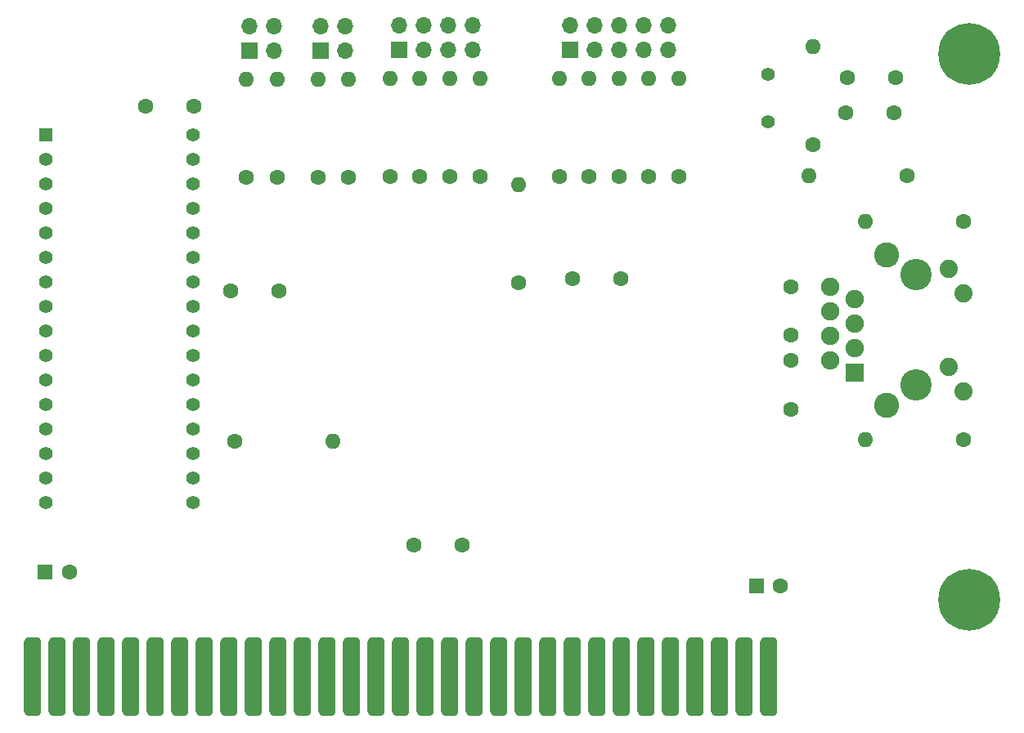
<source format=gbs>
%TF.GenerationSoftware,KiCad,Pcbnew,7.0.11*%
%TF.CreationDate,2024-10-11T23:56:48+03:00*%
%TF.ProjectId,ISA8_Ethernet,49534138-5f45-4746-9865-726e65742e6b,1.0*%
%TF.SameCoordinates,Original*%
%TF.FileFunction,Soldermask,Bot*%
%TF.FilePolarity,Negative*%
%FSLAX46Y46*%
G04 Gerber Fmt 4.6, Leading zero omitted, Abs format (unit mm)*
G04 Created by KiCad (PCBNEW 7.0.11) date 2024-10-11 23:56:48*
%MOMM*%
%LPD*%
G01*
G04 APERTURE LIST*
G04 Aperture macros list*
%AMRoundRect*
0 Rectangle with rounded corners*
0 $1 Rounding radius*
0 $2 $3 $4 $5 $6 $7 $8 $9 X,Y pos of 4 corners*
0 Add a 4 corners polygon primitive as box body*
4,1,4,$2,$3,$4,$5,$6,$7,$8,$9,$2,$3,0*
0 Add four circle primitives for the rounded corners*
1,1,$1+$1,$2,$3*
1,1,$1+$1,$4,$5*
1,1,$1+$1,$6,$7*
1,1,$1+$1,$8,$9*
0 Add four rect primitives between the rounded corners*
20,1,$1+$1,$2,$3,$4,$5,0*
20,1,$1+$1,$4,$5,$6,$7,0*
20,1,$1+$1,$6,$7,$8,$9,0*
20,1,$1+$1,$8,$9,$2,$3,0*%
G04 Aperture macros list end*
%ADD10C,3.250000*%
%ADD11C,2.600000*%
%ADD12C,1.890000*%
%ADD13R,1.900000X1.900000*%
%ADD14C,1.900000*%
%ADD15C,6.400000*%
%ADD16C,1.397000*%
%ADD17R,1.397000X1.397000*%
%ADD18C,1.600000*%
%ADD19O,1.600000X1.600000*%
%ADD20RoundRect,0.444500X-0.444500X-3.619500X0.444500X-3.619500X0.444500X3.619500X-0.444500X3.619500X0*%
%ADD21R,1.600000X1.600000*%
%ADD22R,1.700000X1.700000*%
%ADD23O,1.700000X1.700000*%
G04 APERTURE END LIST*
D10*
%TO.C,J1*%
X195570000Y-100330000D03*
X195570000Y-88900000D03*
D11*
X192520000Y-102390000D03*
X192520000Y-86840000D03*
D12*
X198950000Y-88290000D03*
X200470000Y-90830000D03*
X198950000Y-98400000D03*
X200470000Y-100940000D03*
D13*
X189230000Y-99060000D03*
D14*
X186690000Y-97790000D03*
X189230000Y-96520000D03*
X186690000Y-95250000D03*
X189230000Y-93980000D03*
X186690000Y-92710000D03*
X189230000Y-91440000D03*
X186690000Y-90170000D03*
%TD*%
D15*
%TO.C,HOLE1*%
X201041000Y-66040000D03*
%TD*%
%TO.C,HOLE2*%
X201041000Y-122555000D03*
%TD*%
D16*
%TO.C,Y1*%
X180200000Y-73040940D03*
X180200000Y-68159060D03*
%TD*%
D17*
%TO.C,U2*%
X105460000Y-74400000D03*
D16*
X105460000Y-76940000D03*
X105460000Y-79480000D03*
X105460000Y-82020000D03*
X105460000Y-84560000D03*
X105460000Y-87100000D03*
X105460000Y-89640000D03*
X105460000Y-92180000D03*
X105460000Y-94720000D03*
X105460000Y-97260000D03*
X105460000Y-99800000D03*
X105460000Y-102340000D03*
X105460000Y-104880000D03*
X105460000Y-107420000D03*
X105460000Y-109960000D03*
X105460000Y-112500000D03*
X120700000Y-112500000D03*
X120700000Y-109960000D03*
X120700000Y-107420000D03*
X120700000Y-104880000D03*
X120700000Y-102340000D03*
X120700000Y-99800000D03*
X120700000Y-97260000D03*
X120700000Y-94720000D03*
X120700000Y-92180000D03*
X120700000Y-89640000D03*
X120700000Y-87100000D03*
X120700000Y-84560000D03*
X120700000Y-82020000D03*
X120700000Y-79480000D03*
X120700000Y-76940000D03*
X120700000Y-74400000D03*
%TD*%
D18*
%TO.C,C5*%
X160000000Y-89300000D03*
X165000000Y-89300000D03*
%TD*%
%TO.C,C8*%
X124600000Y-90600000D03*
X129600000Y-90600000D03*
%TD*%
%TO.C,R6*%
X125020000Y-106100000D03*
D19*
X135180000Y-106100000D03*
%TD*%
D18*
%TO.C,R7*%
X184900000Y-75380000D03*
D19*
X184900000Y-65220000D03*
%TD*%
D18*
%TO.C,C7*%
X120800000Y-71400000D03*
X115800000Y-71400000D03*
%TD*%
%TO.C,R1*%
X194580000Y-78600000D03*
D19*
X184420000Y-78600000D03*
%TD*%
D18*
%TO.C,C3*%
X182600000Y-95100000D03*
X182600000Y-90100000D03*
%TD*%
%TO.C,R3*%
X200480000Y-83400000D03*
D19*
X190320000Y-83400000D03*
%TD*%
D18*
%TO.C,C1*%
X193300000Y-72100000D03*
X188300000Y-72100000D03*
%TD*%
%TO.C,C2*%
X193400000Y-68500000D03*
X188400000Y-68500000D03*
%TD*%
D20*
%TO.C,BUS1*%
X180340000Y-130492500D03*
X177800000Y-130492500D03*
X175260000Y-130492500D03*
X172720000Y-130492500D03*
X170180000Y-130492500D03*
X167640000Y-130492500D03*
X165100000Y-130492500D03*
X162560000Y-130492500D03*
X160020000Y-130492500D03*
X157480000Y-130492500D03*
X154940000Y-130492500D03*
X152400000Y-130492500D03*
X149860000Y-130492500D03*
X147320000Y-130492500D03*
X144780000Y-130492500D03*
X142240000Y-130492500D03*
X139700000Y-130492500D03*
X137160000Y-130492500D03*
X134620000Y-130492500D03*
X132080000Y-130492500D03*
X129540000Y-130492500D03*
X127000000Y-130492500D03*
X124460000Y-130492500D03*
X121920000Y-130492500D03*
X119380000Y-130492500D03*
X116840000Y-130492500D03*
X114300000Y-130492500D03*
X111760000Y-130492500D03*
X109220000Y-130492500D03*
X106680000Y-130492500D03*
X104140000Y-130492500D03*
%TD*%
D18*
%TO.C,C6*%
X143600000Y-116900000D03*
X148600000Y-116900000D03*
%TD*%
%TO.C,R2*%
X200480000Y-106000000D03*
D19*
X190320000Y-106000000D03*
%TD*%
D18*
%TO.C,C4*%
X182600000Y-97800000D03*
X182600000Y-102800000D03*
%TD*%
D21*
%TO.C,C9*%
X179000000Y-121100000D03*
D18*
X181500000Y-121100000D03*
%TD*%
D21*
%TO.C,C10*%
X105400000Y-119700000D03*
D18*
X107900000Y-119700000D03*
%TD*%
%TO.C,R10*%
X141100000Y-78715000D03*
D19*
X141100000Y-68555000D03*
%TD*%
D22*
%TO.C,J4*%
X126560000Y-65640000D03*
D23*
X126560000Y-63100000D03*
X129100000Y-65640000D03*
X129100000Y-63100000D03*
%TD*%
D22*
%TO.C,J7*%
X133950000Y-65640000D03*
D23*
X133950000Y-63100000D03*
X136490000Y-65640000D03*
X136490000Y-63100000D03*
%TD*%
D22*
%TO.C,J10*%
X159720000Y-65600000D03*
D23*
X159720000Y-63060000D03*
X162260000Y-65600000D03*
X162260000Y-63060000D03*
X164800000Y-65600000D03*
X164800000Y-63060000D03*
X167340000Y-65600000D03*
X167340000Y-63060000D03*
X169880000Y-65600000D03*
X169880000Y-63060000D03*
%TD*%
D18*
%TO.C,R9*%
X136800000Y-78780000D03*
D19*
X136800000Y-68620000D03*
%TD*%
D18*
%TO.C,R12*%
X147300000Y-78715000D03*
D19*
X147300000Y-68555000D03*
%TD*%
D18*
%TO.C,R18*%
X154400000Y-89680000D03*
D19*
X154400000Y-79520000D03*
%TD*%
D18*
%TO.C,R15*%
X161700000Y-78680000D03*
D19*
X161700000Y-68520000D03*
%TD*%
D18*
%TO.C,R13*%
X150400000Y-78715000D03*
D19*
X150400000Y-68555000D03*
%TD*%
D18*
%TO.C,R16*%
X164800000Y-78680000D03*
D19*
X164800000Y-68520000D03*
%TD*%
D22*
%TO.C,J9*%
X142020000Y-65575000D03*
D23*
X142020000Y-63035000D03*
X144560000Y-65575000D03*
X144560000Y-63035000D03*
X147100000Y-65575000D03*
X147100000Y-63035000D03*
X149640000Y-65575000D03*
X149640000Y-63035000D03*
%TD*%
D18*
%TO.C,R14*%
X158600000Y-78680000D03*
D19*
X158600000Y-68520000D03*
%TD*%
D18*
%TO.C,R4*%
X126240000Y-78780000D03*
D19*
X126240000Y-68620000D03*
%TD*%
D18*
%TO.C,R8*%
X133650000Y-78780000D03*
D19*
X133650000Y-68620000D03*
%TD*%
D18*
%TO.C,R17*%
X167900000Y-78680000D03*
D19*
X167900000Y-68520000D03*
%TD*%
D18*
%TO.C,R19*%
X171000000Y-78680000D03*
D19*
X171000000Y-68520000D03*
%TD*%
D18*
%TO.C,R11*%
X144200000Y-78715000D03*
D19*
X144200000Y-68555000D03*
%TD*%
D18*
%TO.C,R5*%
X129400000Y-78780000D03*
D19*
X129400000Y-68620000D03*
%TD*%
M02*

</source>
